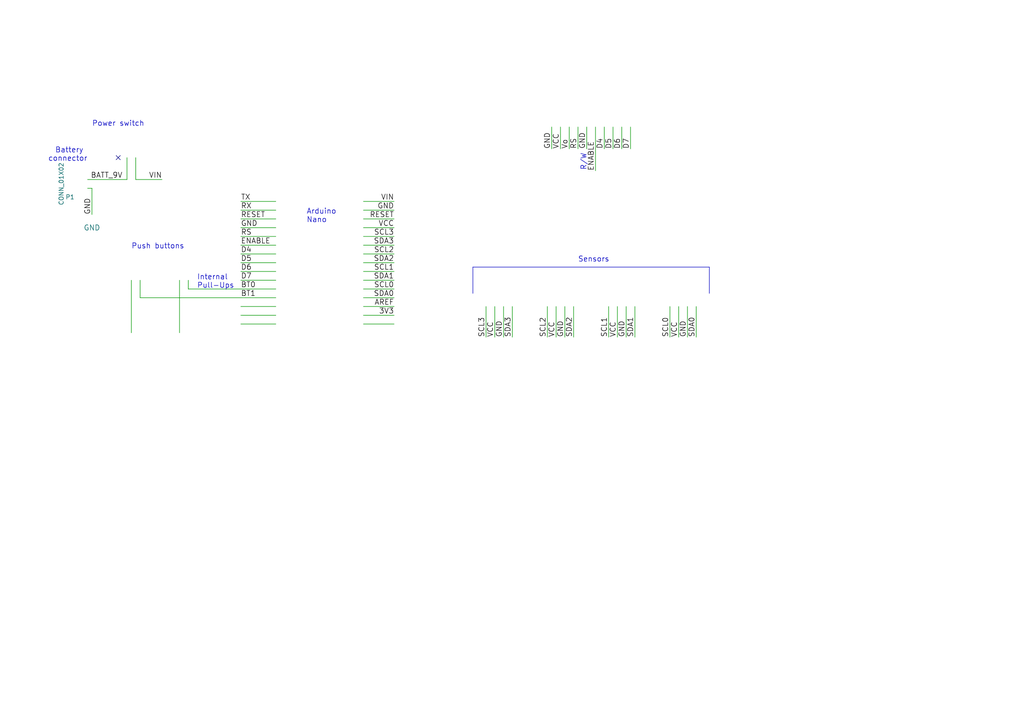
<source format=kicad_sch>
(kicad_sch (version 20230121) (generator eeschema)
  (paper "A4")
  (lib_symbols)
  (no_connect (at 34.29 45.72))
  (polyline (pts (xy 205.74 77.47) (xy 137.16 77.47)))
  (wire (pts (xy 184.15 88.9) (xy 184.15 97.79)))
  (wire (pts (xy 54.61 83.82) (xy 54.61 81.28)))
  (wire (pts (xy 69.85 66.04) (xy 80.01 66.04)))
  (wire (pts (xy 105.41 68.58) (xy 114.3 68.58)))
  (wire (pts (xy 180.34 43.18) (xy 180.34 36.83)))
  (wire (pts (xy 39.37 52.07) (xy 46.99 52.07)))
  (wire (pts (xy 114.3 60.96) (xy 105.41 60.96)))
  (wire (pts (xy 105.41 88.9) (xy 114.3 88.9)))
  (wire (pts (xy 80.01 63.5) (xy 69.85 63.5)))
  (wire (pts (xy 199.39 88.9) (xy 199.39 97.79)))
  (wire (pts (xy 52.07 81.28) (xy 52.07 96.52)))
  (wire (pts (xy 105.41 63.5) (xy 114.3 63.5)))
  (wire (pts (xy 80.01 88.9) (xy 69.85 88.9)))
  (wire (pts (xy 69.85 76.2) (xy 80.01 76.2)))
  (wire (pts (xy 80.01 58.42) (xy 69.85 58.42)))
  (wire (pts (xy 80.01 78.74) (xy 69.85 78.74)))
  (wire (pts (xy 105.41 83.82) (xy 114.3 83.82)))
  (wire (pts (xy 163.83 88.9) (xy 163.83 97.79)))
  (wire (pts (xy 114.3 91.44) (xy 105.41 91.44)))
  (wire (pts (xy 25.4 52.07) (xy 36.83 52.07)))
  (wire (pts (xy 148.59 88.9) (xy 148.59 97.79)))
  (wire (pts (xy 146.05 88.9) (xy 146.05 97.79)))
  (wire (pts (xy 165.1 43.18) (xy 165.1 36.83)))
  (wire (pts (xy 40.64 86.36) (xy 40.64 81.28)))
  (wire (pts (xy 105.41 58.42) (xy 114.3 58.42)))
  (wire (pts (xy 80.01 68.58) (xy 69.85 68.58)))
  (wire (pts (xy 160.02 36.83) (xy 160.02 43.18)))
  (wire (pts (xy 36.83 52.07) (xy 36.83 45.72)))
  (wire (pts (xy 167.64 36.83) (xy 167.64 43.18)))
  (wire (pts (xy 161.29 88.9) (xy 161.29 97.79)))
  (wire (pts (xy 105.41 78.74) (xy 114.3 78.74)))
  (wire (pts (xy 80.01 73.66) (xy 69.85 73.66)))
  (wire (pts (xy 194.31 88.9) (xy 194.31 97.79)))
  (wire (pts (xy 69.85 91.44) (xy 80.01 91.44)))
  (wire (pts (xy 170.18 43.18) (xy 170.18 36.83)))
  (wire (pts (xy 177.8 36.83) (xy 177.8 43.18)))
  (polyline (pts (xy 205.74 85.09) (xy 205.74 77.47)))
  (wire (pts (xy 158.75 88.9) (xy 158.75 97.79)))
  (wire (pts (xy 114.3 66.04) (xy 105.41 66.04)))
  (wire (pts (xy 80.01 93.98) (xy 69.85 93.98)))
  (wire (pts (xy 143.51 88.9) (xy 143.51 97.79)))
  (wire (pts (xy 114.3 81.28) (xy 105.41 81.28)))
  (wire (pts (xy 172.72 36.83) (xy 172.72 49.53)))
  (wire (pts (xy 39.37 45.72) (xy 39.37 52.07)))
  (wire (pts (xy 114.3 86.36) (xy 105.41 86.36)))
  (wire (pts (xy 69.85 81.28) (xy 80.01 81.28)))
  (wire (pts (xy 201.93 88.9) (xy 201.93 97.79)))
  (wire (pts (xy 80.01 60.96) (xy 69.85 60.96)))
  (wire (pts (xy 176.53 88.9) (xy 176.53 97.79)))
  (wire (pts (xy 114.3 71.12) (xy 105.41 71.12)))
  (wire (pts (xy 181.61 88.9) (xy 181.61 97.79)))
  (wire (pts (xy 179.07 88.9) (xy 179.07 97.79)))
  (wire (pts (xy 105.41 73.66) (xy 114.3 73.66)))
  (wire (pts (xy 26.67 54.61) (xy 26.67 62.23)))
  (wire (pts (xy 40.64 86.36) (xy 80.01 86.36)))
  (wire (pts (xy 69.85 71.12) (xy 80.01 71.12)))
  (wire (pts (xy 175.26 43.18) (xy 175.26 36.83)))
  (wire (pts (xy 25.4 54.61) (xy 26.67 54.61)))
  (wire (pts (xy 38.1 81.28) (xy 38.1 96.52)))
  (wire (pts (xy 114.3 76.2) (xy 105.41 76.2)))
  (wire (pts (xy 166.37 88.9) (xy 166.37 97.79)))
  (wire (pts (xy 182.88 36.83) (xy 182.88 43.18)))
  (wire (pts (xy 105.41 93.98) (xy 114.3 93.98)))
  (wire (pts (xy 54.61 83.82) (xy 80.01 83.82)))
  (polyline (pts (xy 137.16 77.47) (xy 137.16 85.09)))
  (wire (pts (xy 196.85 88.9) (xy 196.85 97.79)))
  (wire (pts (xy 140.97 88.9) (xy 140.97 97.79)))
  (wire (pts (xy 162.56 36.83) (xy 162.56 43.18)))
  (text "Power switch" (at 41.91 36.83 0) (effects (font (size 1.524 1.524)) (justify right bottom)))
  (text "Internal\nPull-Ups" (at 57.15 83.82 0) (effects (font (size 1.524 1.524)) (justify left bottom)))
  (text "Battery \nconnector" (at 25.4 46.99 0) (effects (font (size 1.524 1.524)) (justify right bottom)))
  (text "R/W" (at 170.18 49.53 90) (effects (font (size 1.524 1.524)) (justify left bottom)))
  (text "Arduino \nNano" (at 88.9 64.77 0) (effects (font (size 1.524 1.524)) (justify left bottom)))
  (text "Sensors" (at 167.64 76.2 0) (effects (font (size 1.524 1.524)) (justify left bottom)))
  (text "Push buttons" (at 38.1 72.39 0) (effects (font (size 1.524 1.524)) (justify left bottom)))
  (label "BT0" (at 69.85 83.82 0) (effects (font (size 1.524 1.524))))
  (label "SDA0" (at 201.93 97.79 90) (effects (font (size 1.524 1.524))))
  (label "GND" (at 146.05 97.79 90) (effects (font (size 1.524 1.524))))
  (label "SCL3" (at 114.3 68.58 180) (effects (font (size 1.524 1.524))))
  (label "GND" (at 163.83 97.79 90) (effects (font (size 1.524 1.524))))
  (label "D5" (at 69.85 76.2 0) (effects (font (size 1.524 1.524))))
  (label "SDA2" (at 166.37 97.79 90) (effects (font (size 1.524 1.524))))
  (label "SCL1" (at 176.53 97.79 90) (effects (font (size 1.524 1.524))))
  (label "SCL0" (at 114.3 83.82 180) (effects (font (size 1.524 1.524))))
  (label "SDA1" (at 184.15 97.79 90) (effects (font (size 1.524 1.524))))
  (label "VIN" (at 114.3 58.42 180) (effects (font (size 1.524 1.524))))
  (label "AREF" (at 114.3 88.9 180) (effects (font (size 1.524 1.524))))
  (label "SDA1" (at 114.3 81.28 180) (effects (font (size 1.524 1.524))))
  (label "TX" (at 69.85 58.42 0) (effects (font (size 1.524 1.524))))
  (label "SDA3" (at 148.59 97.79 90) (effects (font (size 1.524 1.524))))
  (label "D7" (at 182.88 43.18 90) (effects (font (size 1.524 1.524))))
  (label "D6" (at 180.34 43.18 90) (effects (font (size 1.524 1.524))))
  (label "D6" (at 69.85 78.74 0) (effects (font (size 1.524 1.524))))
  (label "GND" (at 69.85 66.04 0) (effects (font (size 1.524 1.524))))
  (label "SCL1" (at 114.3 78.74 180) (effects (font (size 1.524 1.524))))
  (label "GND" (at 114.3 60.96 180) (effects (font (size 1.524 1.524))))
  (label "Vo" (at 165.1 43.18 90) (effects (font (size 1.524 1.524))))
  (label "RX" (at 69.85 60.96 0) (effects (font (size 1.524 1.524))))
  (label "ENABLE" (at 69.85 71.12 0) (effects (font (size 1.524 1.524))))
  (label "GND" (at 160.02 43.18 90) (effects (font (size 1.524 1.524))))
  (label "BATT_9V" (at 35.56 52.07 180) (effects (font (size 1.524 1.524))))
  (label "GND" (at 26.67 62.23 90) (effects (font (size 1.524 1.524))))
  (label "D4" (at 69.85 73.66 0) (effects (font (size 1.524 1.524))))
  (label "SCL2" (at 114.3 73.66 180) (effects (font (size 1.524 1.524))))
  (label "SCL3" (at 140.97 97.79 90) (effects (font (size 1.524 1.524))))
  (label "SCL0" (at 194.31 97.79 90) (effects (font (size 1.524 1.524))))
  (label "VCC" (at 196.85 97.79 90) (effects (font (size 1.524 1.524))))
  (label "VCC" (at 143.51 97.79 90) (effects (font (size 1.524 1.524))))
  (label "BT1" (at 69.85 86.36 0) (effects (font (size 1.524 1.524))))
  (label "SDA3" (at 114.3 71.12 180) (effects (font (size 1.524 1.524))))
  (label "GND" (at 181.61 97.79 90) (effects (font (size 1.524 1.524))))
  (label "GND" (at 170.18 43.18 90) (effects (font (size 1.524 1.524))))
  (label "RESET" (at 114.3 63.5 180) (effects (font (size 1.524 1.524))))
  (label "D4" (at 175.26 43.18 90) (effects (font (size 1.524 1.524))))
  (label "RS" (at 69.85 68.58 0) (effects (font (size 1.524 1.524))))
  (label "RS" (at 167.64 43.18 90) (effects (font (size 1.524 1.524))))
  (label "D5" (at 177.8 43.18 90) (effects (font (size 1.524 1.524))))
  (label "GND" (at 199.39 97.79 90) (effects (font (size 1.524 1.524))))
  (label "3V3" (at 114.3 91.44 180) (effects (font (size 1.524 1.524))))
  (label "VCC" (at 114.3 66.04 180) (effects (font (size 1.524 1.524))))
  (label "ENABLE" (at 172.72 49.53 90) (effects (font (size 1.524 1.524))))
  (label "VIN" (at 46.99 52.07 180) (effects (font (size 1.524 1.524))))
  (label "VCC" (at 161.29 97.79 90) (effects (font (size 1.524 1.524))))
  (label "SDA2" (at 114.3 76.2 180) (effects (font (size 1.524 1.524))))
  (label "D7" (at 69.85 81.28 0) (effects (font (size 1.524 1.524))))
  (label "VCC" (at 162.56 43.18 90) (effects (font (size 1.524 1.524))))
  (label "VCC" (at 179.07 97.79 90) (effects (font (size 1.524 1.524))))
  (label "RESET" (at 69.85 63.5 0) (effects (font (size 1.524 1.524))))
  (label "SDA0" (at 114.3 86.36 180) (effects (font (size 1.524 1.524))))
  (label "SCL2" (at 158.75 97.79 90) (effects (font (size 1.524 1.524))))
  (symbol (lib_id "CONN_01X15") (at 85.09 76.2 0) (unit 1)
    (property "Reference" "P5" (at 85.09 55.88 0))
    (property "Value" "CONN_01X15" (at 87.63 76.2 90))
    (property "Footprint" "Pin_Headers:Pin_Header_Straight_1x15" (effects hide))
  )
  (symbol (lib_id "CONN_01X15") (at 100.33 76.2 180) (unit 1)
    (property "Reference" "P6" (at 100.33 96.52 0))
    (property "Value" "CONN_01X15" (at 97.79 76.2 90))
    (property "Footprint" "Pin_Headers:Pin_Header_Straight_1x15" (effects hide))
  )
  (symbol (lib_id "CONN_01X10") (at 171.45 31.75 90) (unit 1)
    (property "Reference" "P9" (at 157.48 31.75 0))
    (property "Value" "CONN_01X10" (at 171.45 29.21 90))
    (property "Footprint" "Pin_Headers:Pin_Header_Straight_1x10" (effects hide))
  )
  (symbol (lib_id "CONN_01X02") (at 53.34 76.2 90) (unit 1)
    (property "Reference" "P4" (at 49.53 76.2 0))
    (property "Value" "CONN_01X02" (at 53.34 73.66 90))
    (property "Footprint" "Pin_Headers:Pin_Header_Straight_1x02" (effects hide))
  )
  (symbol (lib_id "CONN_01X02") (at 39.37 76.2 90) (unit 1)
    (property "Reference" "P3" (at 35.56 76.2 0))
    (property "Value" "CONN_01X02" (at 39.37 73.66 90))
    (property "Footprint" "Pin_Headers:Pin_Header_Straight_1x02" (effects hide))
  )
  (symbol (lib_id "CONN_01X03") (at 36.83 40.64 90) (unit 1)
    (property "Reference" "P2" (at 31.75 40.64 0))
    (property "Value" "CONN_01X03" (at 36.83 38.1 90))
    (property "Footprint" "Pin_Headers:Pin_Header_Straight_1x03" (effects hide))
  )
  (symbol (lib_id "CONN_01X02") (at 20.32 53.34 180) (unit 1)
    (property "Reference" "P1" (at 20.32 57.15 0))
    (property "Value" "CONN_01X02" (at 17.78 53.34 90))
    (property "Footprint" "Pin_Headers:Pin_Header_Straight_1x02" (effects hide))
  )
  (symbol (lib_id "GND") (at 26.67 62.23 0) (unit 1)
    (property "Reference" "#PWR01" (effects hide))
    (property "Value" "GND" (at 26.67 66.04 0) (effects (font (size 1.524 1.524))))
  )
  (symbol (lib_id "GND") (at 52.07 96.52 0) (unit 1)
    (property "Reference" "#PWR02" (effects hide))
    (property "Value" "GND" (at 52.07 100.33 0) (effects (font (size 1.524 1.524))))
  )
  (symbol (lib_id "GND") (at 38.1 96.52 0) (unit 1)
    (property "Reference" "#PWR03" (effects hide))
    (property "Value" "GND" (at 38.1 100.33 0) (effects (font (size 1.524 1.524))))
  )
  (symbol (lib_id "CONN_01X04") (at 144.78 83.82 90) (unit 1)
    (property "Reference" "P7" (at 138.43 83.82 0))
    (property "Value" "CONN_01X04" (at 144.78 81.28 90))
    (property "Footprint" "Pin_Headers:Pin_Header_Angled_1x04" (effects hide))
  )
  (symbol (lib_id "CONN_01X04") (at 162.56 83.82 90) (unit 1)
    (property "Reference" "P8" (at 156.21 83.82 0))
    (property "Value" "CONN_01X04" (at 162.56 81.28 90))
    (property "Footprint" "Pin_Headers:Pin_Header_Angled_1x04" (effects hide))
  )
  (symbol (lib_id "CONN_01X04") (at 180.34 83.82 90) (unit 1)
    (property "Reference" "P10" (at 173.99 83.82 0))
    (property "Value" "CONN_01X04" (at 180.34 81.28 90))
    (property "Footprint" "Pin_Headers:Pin_Header_Angled_1x04" (effects hide))
  )
  (symbol (lib_id "CONN_01X04") (at 198.12 83.82 90) (unit 1)
    (property "Reference" "P11" (at 191.77 83.82 0))
    (property "Value" "CONN_01X04" (at 198.12 81.28 90))
    (property "Footprint" "Pin_Headers:Pin_Header_Angled_1x04" (effects hide))
  )
)
</source>
